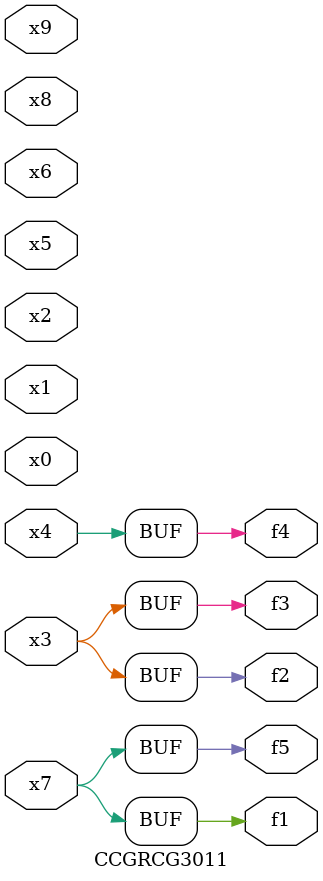
<source format=v>
module CCGRCG3011(
	input x0, x1, x2, x3, x4, x5, x6, x7, x8, x9,
	output f1, f2, f3, f4, f5
);
	assign f1 = x7;
	assign f2 = x3;
	assign f3 = x3;
	assign f4 = x4;
	assign f5 = x7;
endmodule

</source>
